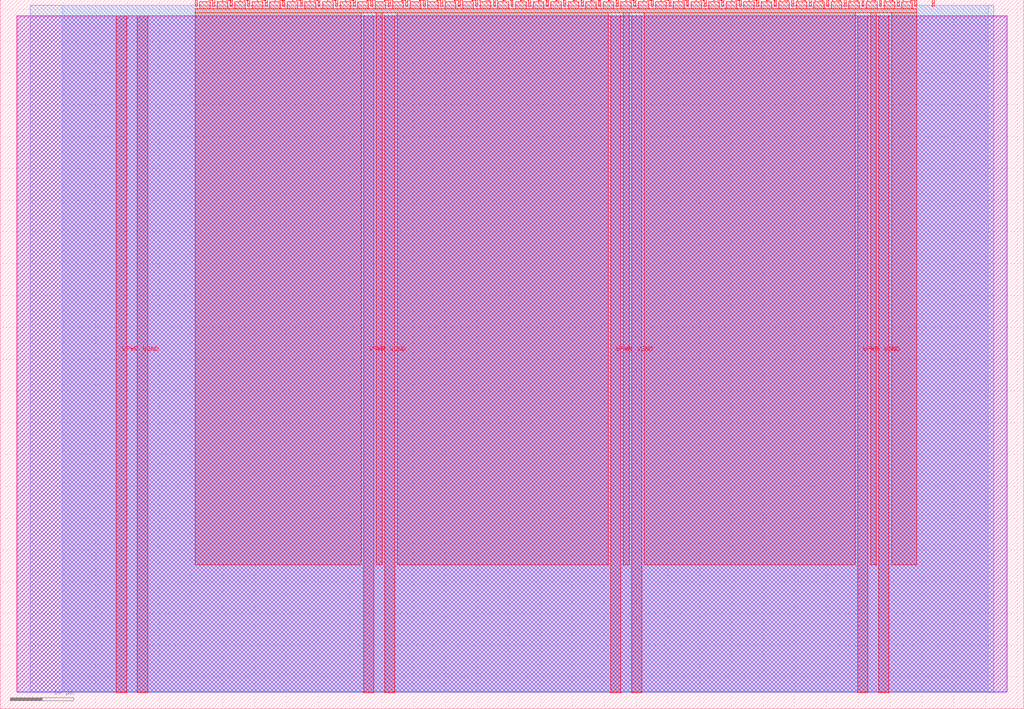
<source format=lef>
VERSION 5.7 ;
  NOWIREEXTENSIONATPIN ON ;
  DIVIDERCHAR "/" ;
  BUSBITCHARS "[]" ;
MACRO tt_um_rh_bf_top
  CLASS BLOCK ;
  FOREIGN tt_um_rh_bf_top ;
  ORIGIN 0.000 0.000 ;
  SIZE 161.000 BY 111.520 ;
  PIN VGND
    DIRECTION INOUT ;
    USE GROUND ;
    PORT
      LAYER met4 ;
        RECT 21.580 2.480 23.180 109.040 ;
    END
    PORT
      LAYER met4 ;
        RECT 60.450 2.480 62.050 109.040 ;
    END
    PORT
      LAYER met4 ;
        RECT 99.320 2.480 100.920 109.040 ;
    END
    PORT
      LAYER met4 ;
        RECT 138.190 2.480 139.790 109.040 ;
    END
  END VGND
  PIN VPWR
    DIRECTION INOUT ;
    USE POWER ;
    PORT
      LAYER met4 ;
        RECT 18.280 2.480 19.880 109.040 ;
    END
    PORT
      LAYER met4 ;
        RECT 57.150 2.480 58.750 109.040 ;
    END
    PORT
      LAYER met4 ;
        RECT 96.020 2.480 97.620 109.040 ;
    END
    PORT
      LAYER met4 ;
        RECT 134.890 2.480 136.490 109.040 ;
    END
  END VPWR
  PIN clk
    DIRECTION INPUT ;
    USE SIGNAL ;
    ANTENNAGATEAREA 0.852000 ;
    PORT
      LAYER met4 ;
        RECT 143.830 110.520 144.130 111.520 ;
    END
  END clk
  PIN ena
    DIRECTION INPUT ;
    USE SIGNAL ;
    PORT
      LAYER met4 ;
        RECT 146.590 110.520 146.890 111.520 ;
    END
  END ena
  PIN rst_n
    DIRECTION INPUT ;
    USE SIGNAL ;
    ANTENNAGATEAREA 0.196500 ;
    PORT
      LAYER met4 ;
        RECT 141.070 110.520 141.370 111.520 ;
    END
  END rst_n
  PIN ui_in[0]
    DIRECTION INPUT ;
    USE SIGNAL ;
    ANTENNAGATEAREA 0.196500 ;
    PORT
      LAYER met4 ;
        RECT 138.310 110.520 138.610 111.520 ;
    END
  END ui_in[0]
  PIN ui_in[1]
    DIRECTION INPUT ;
    USE SIGNAL ;
    ANTENNAGATEAREA 0.196500 ;
    PORT
      LAYER met4 ;
        RECT 135.550 110.520 135.850 111.520 ;
    END
  END ui_in[1]
  PIN ui_in[2]
    DIRECTION INPUT ;
    USE SIGNAL ;
    ANTENNAGATEAREA 0.196500 ;
    PORT
      LAYER met4 ;
        RECT 132.790 110.520 133.090 111.520 ;
    END
  END ui_in[2]
  PIN ui_in[3]
    DIRECTION INPUT ;
    USE SIGNAL ;
    PORT
      LAYER met4 ;
        RECT 130.030 110.520 130.330 111.520 ;
    END
  END ui_in[3]
  PIN ui_in[4]
    DIRECTION INPUT ;
    USE SIGNAL ;
    PORT
      LAYER met4 ;
        RECT 127.270 110.520 127.570 111.520 ;
    END
  END ui_in[4]
  PIN ui_in[5]
    DIRECTION INPUT ;
    USE SIGNAL ;
    PORT
      LAYER met4 ;
        RECT 124.510 110.520 124.810 111.520 ;
    END
  END ui_in[5]
  PIN ui_in[6]
    DIRECTION INPUT ;
    USE SIGNAL ;
    PORT
      LAYER met4 ;
        RECT 121.750 110.520 122.050 111.520 ;
    END
  END ui_in[6]
  PIN ui_in[7]
    DIRECTION INPUT ;
    USE SIGNAL ;
    PORT
      LAYER met4 ;
        RECT 118.990 110.520 119.290 111.520 ;
    END
  END ui_in[7]
  PIN uio_in[0]
    DIRECTION INPUT ;
    USE SIGNAL ;
    PORT
      LAYER met4 ;
        RECT 116.230 110.520 116.530 111.520 ;
    END
  END uio_in[0]
  PIN uio_in[1]
    DIRECTION INPUT ;
    USE SIGNAL ;
    PORT
      LAYER met4 ;
        RECT 113.470 110.520 113.770 111.520 ;
    END
  END uio_in[1]
  PIN uio_in[2]
    DIRECTION INPUT ;
    USE SIGNAL ;
    PORT
      LAYER met4 ;
        RECT 110.710 110.520 111.010 111.520 ;
    END
  END uio_in[2]
  PIN uio_in[3]
    DIRECTION INPUT ;
    USE SIGNAL ;
    PORT
      LAYER met4 ;
        RECT 107.950 110.520 108.250 111.520 ;
    END
  END uio_in[3]
  PIN uio_in[4]
    DIRECTION INPUT ;
    USE SIGNAL ;
    PORT
      LAYER met4 ;
        RECT 105.190 110.520 105.490 111.520 ;
    END
  END uio_in[4]
  PIN uio_in[5]
    DIRECTION INPUT ;
    USE SIGNAL ;
    PORT
      LAYER met4 ;
        RECT 102.430 110.520 102.730 111.520 ;
    END
  END uio_in[5]
  PIN uio_in[6]
    DIRECTION INPUT ;
    USE SIGNAL ;
    PORT
      LAYER met4 ;
        RECT 99.670 110.520 99.970 111.520 ;
    END
  END uio_in[6]
  PIN uio_in[7]
    DIRECTION INPUT ;
    USE SIGNAL ;
    PORT
      LAYER met4 ;
        RECT 96.910 110.520 97.210 111.520 ;
    END
  END uio_in[7]
  PIN uio_oe[0]
    DIRECTION OUTPUT ;
    USE SIGNAL ;
    PORT
      LAYER met4 ;
        RECT 49.990 110.520 50.290 111.520 ;
    END
  END uio_oe[0]
  PIN uio_oe[1]
    DIRECTION OUTPUT ;
    USE SIGNAL ;
    PORT
      LAYER met4 ;
        RECT 47.230 110.520 47.530 111.520 ;
    END
  END uio_oe[1]
  PIN uio_oe[2]
    DIRECTION OUTPUT ;
    USE SIGNAL ;
    PORT
      LAYER met4 ;
        RECT 44.470 110.520 44.770 111.520 ;
    END
  END uio_oe[2]
  PIN uio_oe[3]
    DIRECTION OUTPUT ;
    USE SIGNAL ;
    PORT
      LAYER met4 ;
        RECT 41.710 110.520 42.010 111.520 ;
    END
  END uio_oe[3]
  PIN uio_oe[4]
    DIRECTION OUTPUT ;
    USE SIGNAL ;
    PORT
      LAYER met4 ;
        RECT 38.950 110.520 39.250 111.520 ;
    END
  END uio_oe[4]
  PIN uio_oe[5]
    DIRECTION OUTPUT ;
    USE SIGNAL ;
    PORT
      LAYER met4 ;
        RECT 36.190 110.520 36.490 111.520 ;
    END
  END uio_oe[5]
  PIN uio_oe[6]
    DIRECTION OUTPUT ;
    USE SIGNAL ;
    PORT
      LAYER met4 ;
        RECT 33.430 110.520 33.730 111.520 ;
    END
  END uio_oe[6]
  PIN uio_oe[7]
    DIRECTION OUTPUT ;
    USE SIGNAL ;
    PORT
      LAYER met4 ;
        RECT 30.670 110.520 30.970 111.520 ;
    END
  END uio_oe[7]
  PIN uio_out[0]
    DIRECTION OUTPUT ;
    USE SIGNAL ;
    ANTENNAGATEAREA 1.116000 ;
    ANTENNADIFFAREA 0.891000 ;
    PORT
      LAYER met4 ;
        RECT 72.070 110.520 72.370 111.520 ;
    END
  END uio_out[0]
  PIN uio_out[1]
    DIRECTION OUTPUT ;
    USE SIGNAL ;
    ANTENNAGATEAREA 0.994500 ;
    ANTENNADIFFAREA 0.891000 ;
    PORT
      LAYER met4 ;
        RECT 69.310 110.520 69.610 111.520 ;
    END
  END uio_out[1]
  PIN uio_out[2]
    DIRECTION OUTPUT ;
    USE SIGNAL ;
    ANTENNAGATEAREA 0.621000 ;
    ANTENNADIFFAREA 0.891000 ;
    PORT
      LAYER met4 ;
        RECT 66.550 110.520 66.850 111.520 ;
    END
  END uio_out[2]
  PIN uio_out[3]
    DIRECTION OUTPUT ;
    USE SIGNAL ;
    ANTENNADIFFAREA 0.795200 ;
    PORT
      LAYER met4 ;
        RECT 63.790 110.520 64.090 111.520 ;
    END
  END uio_out[3]
  PIN uio_out[4]
    DIRECTION OUTPUT ;
    USE SIGNAL ;
    ANTENNADIFFAREA 0.445500 ;
    PORT
      LAYER met4 ;
        RECT 61.030 110.520 61.330 111.520 ;
    END
  END uio_out[4]
  PIN uio_out[5]
    DIRECTION OUTPUT ;
    USE SIGNAL ;
    ANTENNADIFFAREA 0.445500 ;
    PORT
      LAYER met4 ;
        RECT 58.270 110.520 58.570 111.520 ;
    END
  END uio_out[5]
  PIN uio_out[6]
    DIRECTION OUTPUT ;
    USE SIGNAL ;
    ANTENNADIFFAREA 0.445500 ;
    PORT
      LAYER met4 ;
        RECT 55.510 110.520 55.810 111.520 ;
    END
  END uio_out[6]
  PIN uio_out[7]
    DIRECTION OUTPUT ;
    USE SIGNAL ;
    ANTENNADIFFAREA 0.795200 ;
    PORT
      LAYER met4 ;
        RECT 52.750 110.520 53.050 111.520 ;
    END
  END uio_out[7]
  PIN uo_out[0]
    DIRECTION OUTPUT ;
    USE SIGNAL ;
    ANTENNADIFFAREA 0.795200 ;
    PORT
      LAYER met4 ;
        RECT 94.150 110.520 94.450 111.520 ;
    END
  END uo_out[0]
  PIN uo_out[1]
    DIRECTION OUTPUT ;
    USE SIGNAL ;
    ANTENNADIFFAREA 0.445500 ;
    PORT
      LAYER met4 ;
        RECT 91.390 110.520 91.690 111.520 ;
    END
  END uo_out[1]
  PIN uo_out[2]
    DIRECTION OUTPUT ;
    USE SIGNAL ;
    ANTENNAGATEAREA 1.620000 ;
    ANTENNADIFFAREA 0.891000 ;
    PORT
      LAYER met4 ;
        RECT 88.630 110.520 88.930 111.520 ;
    END
  END uo_out[2]
  PIN uo_out[3]
    DIRECTION OUTPUT ;
    USE SIGNAL ;
    ANTENNAGATEAREA 1.372500 ;
    ANTENNADIFFAREA 0.891000 ;
    PORT
      LAYER met4 ;
        RECT 85.870 110.520 86.170 111.520 ;
    END
  END uo_out[3]
  PIN uo_out[4]
    DIRECTION OUTPUT ;
    USE SIGNAL ;
    ANTENNAGATEAREA 1.737000 ;
    ANTENNADIFFAREA 0.891000 ;
    PORT
      LAYER met4 ;
        RECT 83.110 110.520 83.410 111.520 ;
    END
  END uo_out[4]
  PIN uo_out[5]
    DIRECTION OUTPUT ;
    USE SIGNAL ;
    PORT
      LAYER met4 ;
        RECT 80.350 110.520 80.650 111.520 ;
    END
  END uo_out[5]
  PIN uo_out[6]
    DIRECTION OUTPUT ;
    USE SIGNAL ;
    ANTENNADIFFAREA 0.795200 ;
    PORT
      LAYER met4 ;
        RECT 77.590 110.520 77.890 111.520 ;
    END
  END uo_out[6]
  PIN uo_out[7]
    DIRECTION OUTPUT ;
    USE SIGNAL ;
    ANTENNADIFFAREA 0.795200 ;
    PORT
      LAYER met4 ;
        RECT 74.830 110.520 75.130 111.520 ;
    END
  END uo_out[7]
  OBS
      LAYER nwell ;
        RECT 2.570 2.635 158.430 108.990 ;
      LAYER li1 ;
        RECT 2.760 2.635 158.240 108.885 ;
      LAYER met1 ;
        RECT 2.760 2.480 158.240 109.040 ;
      LAYER met2 ;
        RECT 4.700 2.535 156.300 110.685 ;
      LAYER met3 ;
        RECT 9.725 2.555 155.415 110.665 ;
      LAYER met4 ;
        RECT 31.370 110.120 33.030 111.170 ;
        RECT 34.130 110.120 35.790 111.170 ;
        RECT 36.890 110.120 38.550 111.170 ;
        RECT 39.650 110.120 41.310 111.170 ;
        RECT 42.410 110.120 44.070 111.170 ;
        RECT 45.170 110.120 46.830 111.170 ;
        RECT 47.930 110.120 49.590 111.170 ;
        RECT 50.690 110.120 52.350 111.170 ;
        RECT 53.450 110.120 55.110 111.170 ;
        RECT 56.210 110.120 57.870 111.170 ;
        RECT 58.970 110.120 60.630 111.170 ;
        RECT 61.730 110.120 63.390 111.170 ;
        RECT 64.490 110.120 66.150 111.170 ;
        RECT 67.250 110.120 68.910 111.170 ;
        RECT 70.010 110.120 71.670 111.170 ;
        RECT 72.770 110.120 74.430 111.170 ;
        RECT 75.530 110.120 77.190 111.170 ;
        RECT 78.290 110.120 79.950 111.170 ;
        RECT 81.050 110.120 82.710 111.170 ;
        RECT 83.810 110.120 85.470 111.170 ;
        RECT 86.570 110.120 88.230 111.170 ;
        RECT 89.330 110.120 90.990 111.170 ;
        RECT 92.090 110.120 93.750 111.170 ;
        RECT 94.850 110.120 96.510 111.170 ;
        RECT 97.610 110.120 99.270 111.170 ;
        RECT 100.370 110.120 102.030 111.170 ;
        RECT 103.130 110.120 104.790 111.170 ;
        RECT 105.890 110.120 107.550 111.170 ;
        RECT 108.650 110.120 110.310 111.170 ;
        RECT 111.410 110.120 113.070 111.170 ;
        RECT 114.170 110.120 115.830 111.170 ;
        RECT 116.930 110.120 118.590 111.170 ;
        RECT 119.690 110.120 121.350 111.170 ;
        RECT 122.450 110.120 124.110 111.170 ;
        RECT 125.210 110.120 126.870 111.170 ;
        RECT 127.970 110.120 129.630 111.170 ;
        RECT 130.730 110.120 132.390 111.170 ;
        RECT 133.490 110.120 135.150 111.170 ;
        RECT 136.250 110.120 137.910 111.170 ;
        RECT 139.010 110.120 140.670 111.170 ;
        RECT 141.770 110.120 143.430 111.170 ;
        RECT 30.655 109.440 144.145 110.120 ;
        RECT 30.655 22.615 56.750 109.440 ;
        RECT 59.150 22.615 60.050 109.440 ;
        RECT 62.450 22.615 95.620 109.440 ;
        RECT 98.020 22.615 98.920 109.440 ;
        RECT 101.320 22.615 134.490 109.440 ;
        RECT 136.890 22.615 137.790 109.440 ;
        RECT 140.190 22.615 144.145 109.440 ;
  END
END tt_um_rh_bf_top
END LIBRARY


</source>
